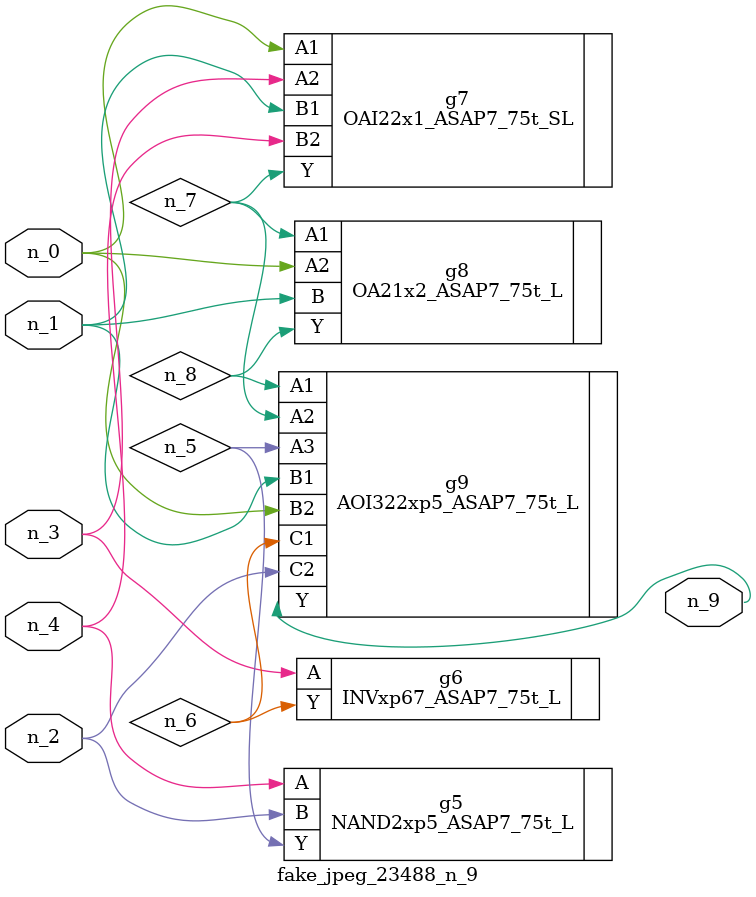
<source format=v>
module fake_jpeg_23488_n_9 (n_3, n_2, n_1, n_0, n_4, n_9);

input n_3;
input n_2;
input n_1;
input n_0;
input n_4;

output n_9;

wire n_8;
wire n_6;
wire n_5;
wire n_7;

NAND2xp5_ASAP7_75t_L g5 ( 
.A(n_4),
.B(n_2),
.Y(n_5)
);

INVxp67_ASAP7_75t_L g6 ( 
.A(n_3),
.Y(n_6)
);

OAI22x1_ASAP7_75t_SL g7 ( 
.A1(n_0),
.A2(n_3),
.B1(n_1),
.B2(n_4),
.Y(n_7)
);

OA21x2_ASAP7_75t_L g8 ( 
.A1(n_7),
.A2(n_0),
.B(n_1),
.Y(n_8)
);

AOI322xp5_ASAP7_75t_L g9 ( 
.A1(n_8),
.A2(n_7),
.A3(n_5),
.B1(n_1),
.B2(n_0),
.C1(n_6),
.C2(n_2),
.Y(n_9)
);


endmodule
</source>
